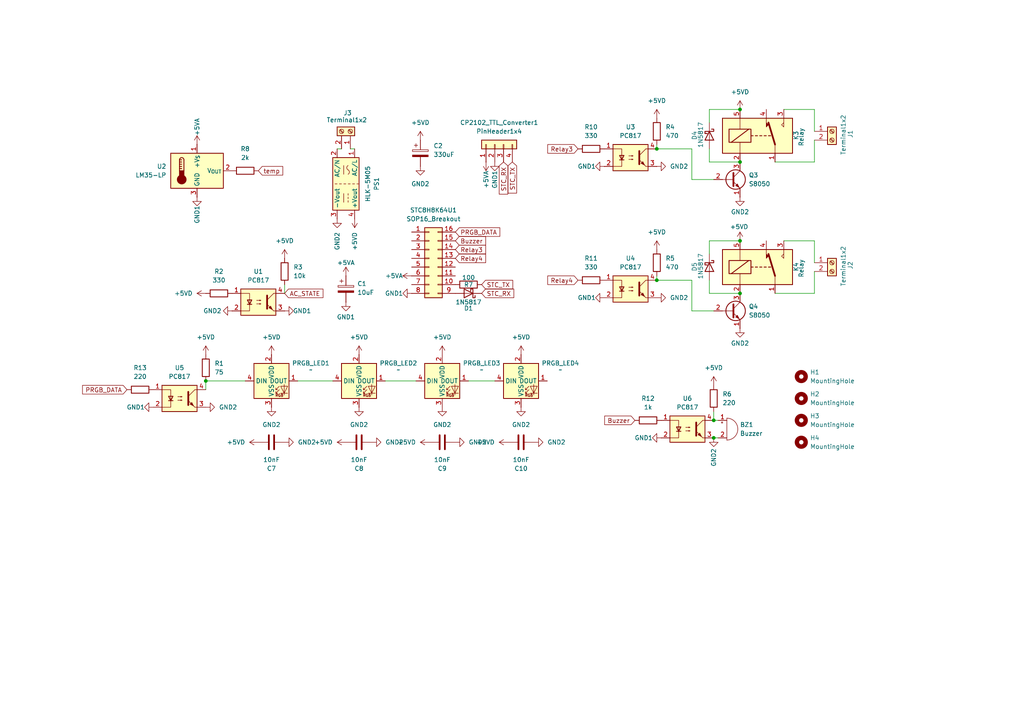
<source format=kicad_sch>
(kicad_sch (version 20250114) (generator "eeschema") (generator_version "9.0")
  (paper "A4")
  (lib_symbols
    (symbol "Connector:Screw_Terminal_01x02" (pin_names (offset 1.016) (hide yes))
      (property "Reference" "J" (at 0 2.54 0))
      (property "Value" "Screw_Terminal_01x02" (at 0 -5.08 0))
      (symbol "Screw_Terminal_01x02_1_1"
        (rectangle (start -1.27 1.27) (end 1.27 -3.81) (stroke (width 0.254)) (fill (type background)))
        (polyline (pts (xy -0.5334 0.3302) (xy 0.3302 -0.508)) (stroke (width 0.1524)))
        (polyline (pts (xy -0.5334 -2.2098) (xy 0.3302 -3.048)) (stroke (width 0.1524)))
        (polyline (pts (xy -0.3556 0.508) (xy 0.508 -0.3302)) (stroke (width 0.1524)))
        (polyline (pts (xy -0.3556 -2.032) (xy 0.508 -2.8702)) (stroke (width 0.1524)))
        (circle (center 0 0) (radius 0.635) (stroke (width 0.1524)))
        (circle (center 0 -2.54) (radius 0.635) (stroke (width 0.1524)))
        (pin passive line (at -5.08 0 0) (length 3.81) (name "Pin_1") (number "1"))
        (pin passive line (at -5.08 -2.54 0) (length 3.81) (name "Pin_2") (number "2"))
      )
    )
    (symbol "Connector_Generic:Conn_01x04" (pin_names (offset 1.016) (hide yes))
      (property "Reference" "J" (at 0 5.08 0))
      (property "Value" "Conn_01x04" (at 0 -7.62 0))
      (symbol "Conn_01x04_1_1"
        (rectangle (start -1.27 3.81) (end 1.27 -6.35) (stroke (width 0.254)) (fill (type background)))
        (rectangle (start -1.27 2.667) (end 0 2.413) (stroke (width 0.1524)))
        (rectangle (start -1.27 0.127) (end 0 -0.127) (stroke (width 0.1524)))
        (rectangle (start -1.27 -2.413) (end 0 -2.667) (stroke (width 0.1524)))
        (rectangle (start -1.27 -4.953) (end 0 -5.207) (stroke (width 0.1524)))
        (pin passive line (at -5.08 2.54 0) (length 3.81) (name "Pin_1") (number "1"))
        (pin passive line (at -5.08 0 0) (length 3.81) (name "Pin_2") (number "2"))
        (pin passive line (at -5.08 -2.54 0) (length 3.81) (name "Pin_3") (number "3"))
        (pin passive line (at -5.08 -5.08 0) (length 3.81) (name "Pin_4") (number "4"))
      )
    )
    (symbol "Connector_Generic:Conn_02x08_Counter_Clockwise" (pin_names (offset 1.016) (hide yes))
      (property "Reference" "J" (at 1.27 10.16 0))
      (property "Value" "Conn_02x08_Counter_Clockwise" (at 1.27 -12.7 0))
      (symbol "Conn_02x08_Counter_Clockwise_1_1"
        (rectangle (start -1.27 8.89) (end 3.81 -11.43) (stroke (width 0.254)) (fill (type background)))
        (rectangle (start -1.27 7.747) (end 0 7.493) (stroke (width 0.1524)))
        (rectangle (start -1.27 5.207) (end 0 4.953) (stroke (width 0.1524)))
        (rectangle (start -1.27 2.667) (end 0 2.413) (stroke (width 0.1524)))
        (rectangle (start -1.27 0.127) (end 0 -0.127) (stroke (width 0.1524)))
        (rectangle (start -1.27 -2.413) (end 0 -2.667) (stroke (width 0.1524)))
        (rectangle (start -1.27 -4.953) (end 0 -5.207) (stroke (width 0.1524)))
        (rectangle (start -1.27 -7.493) (end 0 -7.747) (stroke (width 0.1524)))
        (rectangle (start -1.27 -10.033) (end 0 -10.287) (stroke (width 0.1524)))
        (rectangle (start 3.81 7.747) (end 2.54 7.493) (stroke (width 0.1524)))
        (rectangle (start 3.81 5.207) (end 2.54 4.953) (stroke (width 0.1524)))
        (rectangle (start 3.81 2.667) (end 2.54 2.413) (stroke (width 0.1524)))
        (rectangle (start 3.81 0.127) (end 2.54 -0.127) (stroke (width 0.1524)))
        (rectangle (start 3.81 -2.413) (end 2.54 -2.667) (stroke (width 0.1524)))
        (rectangle (start 3.81 -4.953) (end 2.54 -5.207) (stroke (width 0.1524)))
        (rectangle (start 3.81 -7.493) (end 2.54 -7.747) (stroke (width 0.1524)))
        (rectangle (start 3.81 -10.033) (end 2.54 -10.287) (stroke (width 0.1524)))
        (pin passive line (at -5.08 7.62 0) (length 3.81) (name "Pin_1") (number "1"))
        (pin passive line (at -5.08 5.08 0) (length 3.81) (name "Pin_2") (number "2"))
        (pin passive line (at -5.08 2.54 0) (length 3.81) (name "Pin_3") (number "3"))
        (pin passive line (at -5.08 0 0) (length 3.81) (name "Pin_4") (number "4"))
        (pin passive line (at -5.08 -2.54 0) (length 3.81) (name "Pin_5") (number "5"))
        (pin passive line (at -5.08 -5.08 0) (length 3.81) (name "Pin_6") (number "6"))
        (pin passive line (at -5.08 -7.62 0) (length 3.81) (name "Pin_7") (number "7"))
        (pin passive line (at -5.08 -10.16 0) (length 3.81) (name "Pin_8") (number "8"))
        (pin passive line (at 7.62 7.62 180) (length 3.81) (name "Pin_16") (number "16"))
        (pin passive line (at 7.62 5.08 180) (length 3.81) (name "Pin_15") (number "15"))
        (pin passive line (at 7.62 2.54 180) (length 3.81) (name "Pin_14") (number "14"))
        (pin passive line (at 7.62 0 180) (length 3.81) (name "Pin_13") (number "13"))
        (pin passive line (at 7.62 -2.54 180) (length 3.81) (name "Pin_12") (number "12"))
        (pin passive line (at 7.62 -5.08 180) (length 3.81) (name "Pin_11") (number "11"))
        (pin passive line (at 7.62 -7.62 180) (length 3.81) (name "Pin_10") (number "10"))
        (pin passive line (at 7.62 -10.16 180) (length 3.81) (name "Pin_9") (number "9"))
      )
    )
    (symbol "Converter_ACDC:HLK-5M05"
      (property "Reference" "PS" (at 0 5.08 0))
      (property "Value" "HLK-5M05" (at 0 -5.08 0))
      (symbol "HLK-5M05_0_1"
        (rectangle (start -7.62 3.81) (end 7.62 -3.81) (stroke (width 0.254)) (fill (type background)))
        (polyline (pts (xy -5.334 -0.635) (xy -2.794 -0.635)))
        (arc (start -4.064 0.635) (mid -4.699 0.2495) (end -5.334 0.635))
        (arc (start -4.064 0.635) (mid -3.429 1.0072) (end -2.794 0.635))
        (polyline (pts (xy 0 3.81) (xy 0 3.175)))
        (polyline (pts (xy 0 2.54) (xy 0 1.905)))
        (polyline (pts (xy 0 1.27) (xy 0 0.635)))
        (polyline (pts (xy 0 0) (xy 0 -0.635)))
        (polyline (pts (xy 0 -1.27) (xy 0 -1.905)))
        (polyline (pts (xy 0 -2.54) (xy 0 -3.175)))
        (polyline (pts (xy 2.794 0.635) (xy 3.302 0.635)))
        (polyline (pts (xy 2.794 -0.635) (xy 5.334 -0.635)))
        (polyline (pts (xy 3.81 0.635) (xy 4.318 0.635)))
        (polyline (pts (xy 4.826 0.635) (xy 5.334 0.635)))
      )
      (symbol "HLK-5M05_1_1"
        (pin power_in line (at -10.16 2.54 0) (length 2.54) (name "AC/L") (number "1"))
        (pin power_in line (at -10.16 -2.54 0) (length 2.54) (name "AC/N") (number "2"))
        (pin power_out line (at 10.16 2.54 180) (length 2.54) (name "+Vout") (number "4"))
        (pin power_out line (at 10.16 -2.54 180) (length 2.54) (name "-Vout") (number "3"))
      )
    )
    (symbol "Device:Buzzer" (pin_names (offset 0.0254) (hide yes))
      (property "Reference" "BZ" (at 3.81 1.27 0))
      (property "Value" "Buzzer" (at 3.81 -1.27 0))
      (symbol "Buzzer_0_1"
        (polyline (pts (xy -1.651 1.905) (xy -1.143 1.905)))
        (polyline (pts (xy -1.397 2.159) (xy -1.397 1.651)))
        (arc (start 0 3.175) (mid 3.1612 0) (end 0 -3.175))
        (polyline (pts (xy 0 3.175) (xy 0 -3.175)))
      )
      (symbol "Buzzer_1_1"
        (pin passive line (at -2.54 2.54 0) (length 2.54) (name "+") (number "1"))
        (pin passive line (at -2.54 -2.54 0) (length 2.54) (name "-") (number "2"))
      )
    )
    (symbol "Device:C" (pin_numbers (hide yes)) (pin_names (offset 0.254))
      (property "Reference" "C" (at 0.635 2.54 0))
      (property "Value" "C" (at 0.635 -2.54 0))
      (symbol "C_0_1"
        (polyline (pts (xy -2.032 0.762) (xy 2.032 0.762)) (stroke (width 0.508)))
        (polyline (pts (xy -2.032 -0.762) (xy 2.032 -0.762)) (stroke (width 0.508)))
      )
      (symbol "C_1_1"
        (pin passive line (at 0 3.81 270) (length 2.794) (name "~") (number "1"))
        (pin passive line (at 0 -3.81 90) (length 2.794) (name "~") (number "2"))
      )
    )
    (symbol "Device:C_Polarized" (pin_numbers (hide yes)) (pin_names (offset 0.254))
      (property "Reference" "C" (at 0.635 2.54 0))
      (property "Value" "C_Polarized" (at 0.635 -2.54 0))
      (symbol "C_Polarized_0_1"
        (rectangle (start -2.286 0.508) (end 2.286 1.016))
        (polyline (pts (xy -1.778 2.286) (xy -0.762 2.286)))
        (polyline (pts (xy -1.27 2.794) (xy -1.27 1.778)))
        (rectangle (start 2.286 -0.508) (end -2.286 -1.016) (fill (type outline)))
      )
      (symbol "C_Polarized_1_1"
        (pin passive line (at 0 3.81 270) (length 2.794) (name "~") (number "1"))
        (pin passive line (at 0 -3.81 90) (length 2.794) (name "~") (number "2"))
      )
    )
    (symbol "Device:R" (pin_numbers (hide yes)) (pin_names (offset 0))
      (property "Reference" "R" (at 2.032 0 90))
      (property "Value" "R" (at 0 0 90))
      (symbol "R_0_1"
        (rectangle (start -1.016 -2.54) (end 1.016 2.54) (stroke (width 0.254)))
      )
      (symbol "R_1_1"
        (pin passive line (at 0 3.81 270) (length 1.27) (name "~") (number "1"))
        (pin passive line (at 0 -3.81 90) (length 1.27) (name "~") (number "2"))
      )
    )
    (symbol "Diode:1N5817" (pin_numbers (hide yes)) (pin_names (offset 1.016) (hide yes))
      (property "Reference" "D" (at 0 2.54 0))
      (property "Value" "1N5817" (at 0 -2.54 0))
      (symbol "1N5817_0_1"
        (polyline (pts (xy -1.905 0.635) (xy -1.905 1.27) (xy -1.27 1.27) (xy -1.27 -1.27) (xy -0.635 -1.27) (xy -0.635 -0.635)) (stroke (width 0.254)))
        (polyline (pts (xy 1.27 1.27) (xy 1.27 -1.27) (xy -1.27 0) (xy 1.27 1.27)) (stroke (width 0.254)))
        (polyline (pts (xy 1.27 0) (xy -1.27 0)))
      )
      (symbol "1N5817_1_1"
        (pin passive line (at -3.81 0 0) (length 2.54) (name "K") (number "1"))
        (pin passive line (at 3.81 0 180) (length 2.54) (name "A") (number "2"))
      )
    )
    (symbol "Isolator:PC817" (pin_names (offset 1.016))
      (property "Reference" "U" (at -5.08 5.08 0))
      (property "Value" "PC817" (at 0 5.08 0))
      (symbol "PC817_0_1"
        (rectangle (start -5.08 3.81) (end 5.08 -3.81) (stroke (width 0.254)) (fill (type background)))
        (polyline (pts (xy -5.08 2.54) (xy -2.54 2.54) (xy -2.54 -0.635)))
        (polyline (pts (xy -3.175 -0.635) (xy -1.905 -0.635)) (stroke (width 0.254)))
        (polyline (pts (xy -2.54 -0.635) (xy -2.54 -2.54) (xy -5.08 -2.54)))
        (polyline (pts (xy -2.54 -0.635) (xy -3.175 0.635) (xy -1.905 0.635) (xy -2.54 -0.635)) (stroke (width 0.254)))
        (polyline (pts (xy -0.508 0.508) (xy 0.762 0.508) (xy 0.381 0.381) (xy 0.381 0.635) (xy 0.762 0.508)))
        (polyline (pts (xy -0.508 -0.508) (xy 0.762 -0.508) (xy 0.381 -0.635) (xy 0.381 -0.381) (xy 0.762 -0.508)))
        (polyline (pts (xy 2.54 1.905) (xy 2.54 -1.905) (xy 2.54 -1.905)) (stroke (width 0.508)))
        (polyline (pts (xy 2.54 0.635) (xy 4.445 2.54)))
        (polyline (pts (xy 3.048 -1.651) (xy 3.556 -1.143) (xy 4.064 -2.159) (xy 3.048 -1.651) (xy 3.048 -1.651)) (fill (type outline)))
        (polyline (pts (xy 4.445 2.54) (xy 5.08 2.54)))
        (polyline (pts (xy 4.445 -2.54) (xy 2.54 -0.635)) (fill (type outline)))
        (polyline (pts (xy 4.445 -2.54) (xy 5.08 -2.54)))
      )
      (symbol "PC817_1_1"
        (pin passive line (at -7.62 2.54 0) (length 2.54) (name "~") (number "1"))
        (pin passive line (at -7.62 -2.54 0) (length 2.54) (name "~") (number "2"))
        (pin passive line (at 7.62 2.54 180) (length 2.54) (name "~") (number "4"))
        (pin passive line (at 7.62 -2.54 180) (length 2.54) (name "~") (number "3"))
      )
    )
    (symbol "Mechanical:MountingHole" (pin_names (offset 1.016)) (in_bom no)
      (property "Reference" "H" (at 0 5.08 0))
      (property "Value" "MountingHole" (at 0 3.175 0))
      (symbol "MountingHole_0_1"
        (circle (center 0 0) (radius 1.27) (stroke (width 1.27)))
      )
    )
    (symbol "Relay:SANYOU_SRD_Form_C"
      (property "Reference" "K" (at 11.43 3.81 0))
      (property "Value" "SANYOU_SRD_Form_C" (at 11.43 1.27 0))
      (symbol "SANYOU_SRD_Form_C_0_0"
        (polyline (pts (xy 7.62 5.08) (xy 7.62 2.54) (xy 6.985 3.175) (xy 7.62 3.81)))
      )
      (symbol "SANYOU_SRD_Form_C_0_1"
        (rectangle (start -10.16 5.08) (end 10.16 -5.08) (stroke (width 0.254)) (fill (type background)))
        (rectangle (start -8.255 1.905) (end -1.905 -1.905) (stroke (width 0.254)))
        (polyline (pts (xy -7.62 -1.905) (xy -2.54 1.905)) (stroke (width 0.254)))
        (polyline (pts (xy -5.08 5.08) (xy -5.08 1.905)))
        (polyline (pts (xy -5.08 -5.08) (xy -5.08 -1.905)))
        (polyline (pts (xy -1.905 0) (xy -1.27 0)) (stroke (width 0.254)))
        (polyline (pts (xy -0.635 0) (xy 0 0)) (stroke (width 0.254)))
        (polyline (pts (xy 0.635 0) (xy 1.27 0)) (stroke (width 0.254)))
        (polyline (pts (xy 1.905 0) (xy 2.54 0)) (stroke (width 0.254)))
        (polyline (pts (xy 3.175 0) (xy 3.81 0)) (stroke (width 0.254)))
        (polyline (pts (xy 5.08 -2.54) (xy 3.175 3.81)) (stroke (width 0.508)))
        (polyline (pts (xy 5.08 -2.54) (xy 5.08 -5.08)))
      )
      (symbol "SANYOU_SRD_Form_C_1_1"
        (polyline (pts (xy 2.54 3.81) (xy 3.175 3.175) (xy 2.54 2.54) (xy 2.54 5.08)) (fill (type outline)))
        (pin passive line (at -5.08 7.62 270) (length 2.54) (name "~") (number "5"))
        (pin passive line (at -5.08 -7.62 90) (length 2.54) (name "~") (number "2"))
        (pin passive line (at 2.54 7.62 270) (length 2.54) (name "~") (number "4"))
        (pin passive line (at 5.08 -7.62 90) (length 2.54) (name "~") (number "1"))
        (pin passive line (at 7.62 7.62 270) (length 2.54) (name "~") (number "3"))
      )
    )
    (symbol "Sensor_Temperature:LM35-LP"
      (property "Reference" "U" (at -6.35 6.35 0))
      (property "Value" "LM35-LP" (at 1.27 6.35 0))
      (symbol "LM35-LP_0_1"
        (rectangle (start -7.62 5.08) (end 7.62 -5.08) (stroke (width 0.254)) (fill (type background)))
        (polyline (pts (xy -5.08 3.175) (xy -5.08 0)) (stroke (width 0.254)))
        (polyline (pts (xy -5.08 3.175) (xy -4.445 3.175)) (stroke (width 0.254)))
        (polyline (pts (xy -5.08 2.54) (xy -4.445 2.54)) (stroke (width 0.254)))
        (polyline (pts (xy -5.08 1.905) (xy -4.445 1.905)) (stroke (width 0.254)))
        (polyline (pts (xy -5.08 1.27) (xy -4.445 1.27)) (stroke (width 0.254)))
        (polyline (pts (xy -5.08 0.635) (xy -4.445 0.635)) (stroke (width 0.254)))
        (arc (start -5.08 3.175) (mid -4.445 3.8073) (end -3.81 3.175) (stroke (width 0.254)))
        (circle (center -4.445 -2.54) (radius 1.27) (stroke (width 0.254)) (fill (type outline)))
        (polyline (pts (xy -3.81 3.175) (xy -3.81 0)) (stroke (width 0.254)))
        (rectangle (start -3.81 -1.905) (end -5.08 0) (stroke (width 0.254)) (fill (type outline)))
      )
      (symbol "LM35-LP_1_1"
        (pin power_in line (at 0 7.62 270) (length 2.54) (name "+V_{S}") (number "1"))
        (pin power_in line (at 0 -7.62 90) (length 2.54) (name "GND") (number "3"))
        (pin output line (at 10.16 0 180) (length 2.54) (name "V_{OUT}") (number "2"))
      )
    )
    (symbol "Transistor_BJT:S8050" (pin_names (offset 0) (hide yes))
      (property "Reference" "Q" (at 5.08 1.905 0))
      (property "Value" "S8050" (at 5.08 0 0))
      (symbol "S8050_0_1"
        (polyline (pts (xy -2.54 0) (xy 0.635 0)))
        (polyline (pts (xy 0.635 1.905) (xy 0.635 -1.905)) (stroke (width 0.508)))
        (circle (center 1.27 0) (radius 2.8194) (stroke (width 0.254)))
      )
      (symbol "S8050_1_1"
        (polyline (pts (xy 0.635 0.635) (xy 2.54 2.54)))
        (polyline (pts (xy 0.635 -0.635) (xy 2.54 -2.54)))
        (polyline (pts (xy 1.27 -1.778) (xy 1.778 -1.27) (xy 2.286 -2.286) (xy 1.27 -1.778)) (fill (type outline)))
        (pin input line (at -5.08 0 0) (length 2.54) (name "B") (number "2"))
        (pin passive line (at 2.54 5.08 270) (length 2.54) (name "C") (number "3"))
        (pin passive line (at 2.54 -5.08 90) (length 2.54) (name "E") (number "1"))
      )
    )
    (symbol "WS2812D-F5:WS2812D-F5"
      (property "Reference" "PRGB_LED" (at -5.08 5.842 0))
      (symbol "WS2812D-F5_0_0"
        (text "RGB" (at 2.286 -4.191 0) (effects (font (size 0.762 0.762))))
      )
      (symbol "WS2812D-F5_0_1"
        (polyline (pts (xy 1.27 -2.54) (xy 1.778 -2.54)))
        (polyline (pts (xy 1.27 -3.556) (xy 1.778 -3.556)))
        (polyline (pts (xy 2.286 -1.524) (xy 1.27 -2.54) (xy 1.27 -2.032)))
        (polyline (pts (xy 2.286 -2.54) (xy 1.27 -3.556) (xy 1.27 -3.048)))
        (polyline (pts (xy 3.683 -1.016) (xy 3.683 -3.556) (xy 3.683 -4.064)))
        (polyline (pts (xy 4.699 -1.524) (xy 2.667 -1.524) (xy 3.683 -3.556) (xy 4.699 -1.524)))
        (polyline (pts (xy 4.699 -3.556) (xy 2.667 -3.556)))
      )
      (symbol "WS2812D-F5_1_1"
        (rectangle (start -5.08 5.08) (end 5.08 -5.08) (stroke (width 0.254)) (fill (type background)))
        (pin input line (at -7.62 0 0) (length 2.54) (name "DIN") (number "4"))
        (pin power_in line (at 0 7.62 270) (length 2.54) (name "VDD") (number "2"))
        (pin power_in line (at 0 -7.62 90) (length 2.54) (name "VSS") (number "3"))
        (pin output line (at 7.62 0 180) (length 2.54) (name "DOUT") (number "1"))
      )
    )
    (symbol "power:+5VA" (power) (pin_numbers (hide yes)) (pin_names (offset 0) (hide yes))
      (property "Value" "+5VA" (at 0 3.556 0))
      (symbol "+5VA_0_1"
        (polyline (pts (xy -0.762 1.27) (xy 0 2.54)))
        (polyline (pts (xy 0 2.54) (xy 0.762 1.27)))
        (polyline (pts (xy 0 0) (xy 0 2.54)))
      )
      (symbol "+5VA_1_1"
        (pin power_in line (at 0 0 90) (length 0) (name "~") (number "1"))
      )
    )
    (symbol "power:+5VD" (power) (pin_numbers (hide yes)) (pin_names (offset 0) (hide yes))
      (property "Value" "+5VD" (at 0 3.556 0))
      (symbol "+5VD_0_1"
        (polyline (pts (xy -0.762 1.27) (xy 0 2.54)))
        (polyline (pts (xy 0 2.54) (xy 0.762 1.27)))
        (polyline (pts (xy 0 0) (xy 0 2.54)))
      )
      (symbol "+5VD_1_1"
        (pin power_in line (at 0 0 90) (length 0) (name "~") (number "1"))
      )
    )
    (symbol "power:GND1" (power) (pin_numbers (hide yes)) (pin_names (offset 0) (hide yes))
      (property "Value" "GND1" (at 0 -3.81 0))
      (symbol "GND1_0_1"
        (polyline (pts (xy 0 0) (xy 0 -1.27) (xy 1.27 -1.27) (xy 0 -2.54) (xy -1.27 -1.27) (xy 0 -1.27)))
      )
      (symbol "GND1_1_1"
        (pin power_in line (at 0 0 270) (length 0) (name "~") (number "1"))
      )
    )
    (symbol "power:GND2" (power) (pin_numbers (hide yes)) (pin_names (offset 0) (hide yes))
      (property "Value" "GND2" (at 0 -3.81 0))
      (symbol "GND2_0_1"
        (polyline (pts (xy 0 0) (xy 0 -1.27) (xy 1.27 -1.27) (xy 0 -2.54) (xy -1.27 -1.27) (xy 0 -1.27)))
      )
      (symbol "GND2_1_1"
        (pin power_in line (at 0 0 270) (length 0) (name "~") (number "1"))
      )
    )
  )
  (junction (at 214.63 69.85))
  (junction (at 214.63 85.09))
  (junction (at 214.63 46.99))
  (junction (at 190.5 43.18))
  (junction (at 207.01 127))
  (junction (at 214.63 31.75))
  (junction (at 190.5 81.28))
  (junction (at 207.01 121.92))
  (junction (at 59.69 110.49))
  (wire (pts (xy 205.74 31.75) (xy 214.63 31.75)))
  (wire (pts (xy 208.28 121.92) (xy 207.01 121.92)))
  (wire (pts (xy 59.69 110.49) (xy 71.12 110.49)))
  (wire (pts (xy 227.33 31.75) (xy 236.22 31.75)))
  (wire (pts (xy 200.66 43.18) (xy 200.66 52.07)))
  (wire (pts (xy 135.89 110.49) (xy 143.51 110.49)))
  (wire (pts (xy 205.74 46.99) (xy 214.63 46.99)))
  (wire (pts (xy 82.55 82.55) (xy 82.55 85.09)))
  (wire (pts (xy 190.5 43.18) (xy 200.66 43.18)))
  (wire (pts (xy 236.22 31.75) (xy 236.22 38.1)))
  (wire (pts (xy 227.33 69.85) (xy 236.22 69.85)))
  (wire (pts (xy 190.5 41.91) (xy 190.5 43.18)))
  (wire (pts (xy 236.22 46.99) (xy 236.22 40.64)))
  (wire (pts (xy 200.66 81.28) (xy 200.66 90.17)))
  (wire (pts (xy 99.06 43.18) (xy 97.79 43.18)))
  (wire (pts (xy 200.66 90.17) (xy 207.01 90.17)))
  (wire (pts (xy 111.76 110.49) (xy 120.65 110.49)))
  (wire (pts (xy 208.28 127) (xy 207.01 127)))
  (wire (pts (xy 86.36 110.49) (xy 96.52 110.49)))
  (wire (pts (xy 205.74 73.66) (xy 205.74 69.85)))
  (wire (pts (xy 200.66 52.07) (xy 207.01 52.07)))
  (wire (pts (xy 102.87 43.18) (xy 101.6 43.18)))
  (wire (pts (xy 190.5 81.28) (xy 200.66 81.28)))
  (wire (pts (xy 207.01 119.38) (xy 207.01 121.92)))
  (wire (pts (xy 224.79 85.09) (xy 236.22 85.09)))
  (wire (pts (xy 59.69 110.49) (xy 59.69 113.03)))
  (wire (pts (xy 236.22 69.85) (xy 236.22 76.2)))
  (wire (pts (xy 205.74 69.85) (xy 214.63 69.85)))
  (wire (pts (xy 205.74 35.56) (xy 205.74 31.75)))
  (wire (pts (xy 205.74 81.28) (xy 205.74 85.09)))
  (wire (pts (xy 205.74 43.18) (xy 205.74 46.99)))
  (wire (pts (xy 224.79 46.99) (xy 236.22 46.99)))
  (wire (pts (xy 205.74 85.09) (xy 214.63 85.09)))
  (wire (pts (xy 190.5 80.01) (xy 190.5 81.28)))
  (wire (pts (xy 236.22 85.09) (xy 236.22 78.74)))
  (global_label "Relay4" (shape input) (at 132.08 74.93 0) (property "Intersheetrefs" "${INTERSHEET_REFS}" (effects (hide yes))))
  (global_label "STC_RX" (shape input) (at 139.7 85.09 0) (property "Intersheetrefs" "${INTERSHEET_REFS}" (effects (hide yes))))
  (global_label "Relay4" (shape input) (at 167.64 81.28 180) (property "Intersheetrefs" "${INTERSHEET_REFS}" (effects (hide yes))))
  (global_label "temp" (shape input) (at 74.93 49.53 0) (property "Intersheetrefs" "${INTERSHEET_REFS}" (effects (hide yes))))
  (global_label "STC_TX" (shape input) (at 148.59 46.99 270) (property "Intersheetrefs" "${INTERSHEET_REFS}" (effects (hide yes))))
  (global_label "PRGB_DATA" (shape input) (at 132.08 67.31 0) (property "Intersheetrefs" "${INTERSHEET_REFS}" (effects (hide yes))))
  (global_label "STC_TX" (shape input) (at 139.7 82.55 0) (property "Intersheetrefs" "${INTERSHEET_REFS}" (effects (hide yes))))
  (global_label "AC_STATE" (shape input) (at 82.55 85.09 0) (property "Intersheetrefs" "${INTERSHEET_REFS}" (effects (hide yes))))
  (global_label "Buzzer" (shape input) (at 184.15 121.92 180) (property "Intersheetrefs" "${INTERSHEET_REFS}" (effects (hide yes))))
  (global_label "Relay3" (shape input) (at 167.64 43.18 180) (property "Intersheetrefs" "${INTERSHEET_REFS}" (effects (hide yes))))
  (global_label "STC_RX" (shape input) (at 146.05 46.99 270) (property "Intersheetrefs" "${INTERSHEET_REFS}" (effects (hide yes))))
  (global_label "Relay3" (shape input) (at 132.08 72.39 0) (property "Intersheetrefs" "${INTERSHEET_REFS}" (effects (hide yes))))
  (global_label "Buzzer" (shape input) (at 132.08 69.85 0) (property "Intersheetrefs" "${INTERSHEET_REFS}" (effects (hide yes))))
  (global_label "PRGB_DATA" (shape input) (at 36.83 113.03 180) (property "Intersheetrefs" "${INTERSHEET_REFS}" (effects (hide yes))))
  (symbol (lib_id "WS2812D-F5:WS2812D-F5") (at 78.74 110.49 0) (unit 1)
    (property "Reference" "PRGB_LED1" (at 90.17 105.3398 0))
    (property "Value" "~" (at 90.17 107.2449 0))
    (property "Footprint" "WS2812D-F5:PRGB_LED_DIP_Wide" (effects (hide yes)))
  )
  (symbol (lib_id "power:GND1") (at 143.51 46.99 0) (unit 1)
    (property "Reference" "#PWR01" (effects (hide yes)))
    (property "Value" "GND1" (at 143.51 52.07 90))
    (property "Description" "Power symbol creates a global label with name \"GND1\" , ground" (effects (hide yes)))
  )
  (symbol (lib_id "Transistor_BJT:S8050") (at 212.09 52.07 0) (unit 1)
    (property "Reference" "Q3" (at 217.17 50.7999 0) (effects (justify left)))
    (property "Value" "S8050" (at 217.17 53.3399 0) (effects (justify left)))
    (property "Footprint" "Package_TO_SOT_THT:TO-92_Inline_Wide" (effects (hide yes)))
    (property "Datasheet" "http://www.unisonic.com.tw/datasheet/S8050.pdf" (effects (hide yes)))
    (property "Description" "0.7A Ic, 20V Vce, Low Voltage High Current NPN Transistor, TO-92" (effects (hide yes)))
  )
  (symbol (lib_id "power:+5VD") (at 207.01 111.76 0) (unit 1)
    (property "Reference" "#PWR028" (effects (hide yes)))
    (property "Value" "+5VD" (at 207.01 106.68 0))
    (property "Description" "Power symbol creates a global label with name \"+5VD\"" (effects (hide yes)))
  )
  (symbol (lib_id "power:+5VD") (at 151.13 102.87 0) (unit 1)
    (property "Reference" "#PWR025" (effects (hide yes)))
    (property "Value" "+5VD" (at 151.13 97.79 0))
    (property "Description" "Power symbol creates a global label with name \"+5VD\"" (effects (hide yes)))
  )
  (symbol (lib_id "Connector_Generic:Conn_01x04") (at 143.51 41.91 90) (unit 1)
    (property "Reference" "CP2102_TTL_Converter1" (at 144.78 35.56 90))
    (property "Value" "PinHeader1x4" (at 144.78 38.1 90))
    (property "Footprint" "Connector_PinSocket_2.54mm:PinSocket_1x04_P2.54mm_Vertical" (effects (hide yes)))
    (property "Description" "Generic connector, single row, 01x04, script generated (kicad-library-utils/schlib/autogen/connector/)" (effects (hide yes)))
  )
  (symbol (lib_id "power:GND2") (at 59.69 118.11 90) (unit 1)
    (property "Reference" "#PWR011" (effects (hide yes)))
    (property "Value" "GND2" (at 63.5 118.1099 90) (effects (justify right)))
    (property "Description" "Power symbol creates a global label with name \"GND2\" , ground" (effects (hide yes)))
  )
  (symbol (lib_id "Device:R") (at 40.64 113.03 90) (unit 1)
    (property "Reference" "R13" (at 40.64 106.68 90))
    (property "Value" "220" (at 40.64 109.22 90))
    (property "Footprint" "Resistor_THT:R_Axial_DIN0207_L6.3mm_D2.5mm_P7.62mm_Horizontal" (effects (hide yes)))
    (property "Description" "Resistor" (effects (hide yes)))
  )
  (symbol (lib_id "power:+5VD") (at 121.92 40.64 0) (unit 1)
    (property "Reference" "#PWR038" (effects (hide yes)))
    (property "Value" "+5VD" (at 121.92 35.56 0))
    (property "Description" "Power symbol creates a global label with name \"+5VD\"" (effects (hide yes)))
  )
  (symbol (lib_id "Device:R") (at 207.01 115.57 0) (unit 1)
    (property "Reference" "R6" (at 209.55 114.2999 0) (effects (justify left)))
    (property "Value" "220" (at 209.55 116.8399 0) (effects (justify left)))
    (property "Footprint" "Resistor_THT:R_Axial_DIN0207_L6.3mm_D2.5mm_P7.62mm_Horizontal" (effects (hide yes)))
    (property "Description" "Resistor" (effects (hide yes)))
  )
  (symbol (lib_id "Connector:Screw_Terminal_01x02") (at 241.3 38.1 0) (unit 1)
    (property "Reference" "J1" (at 246.634 38.862 90))
    (property "Value" "Terminal1x2" (at 244.602 39.116 90))
    (property "Footprint" "TerminalBlock:TerminalBlock_bornier-2_P5.08mm" (effects (hide yes)))
    (property "Description" "Generic screw terminal, single row, 01x02, script generated (kicad-library-utils/schlib/autogen/connector/)" (effects (hide yes)))
  )
  (symbol (lib_id "power:GND2") (at 214.63 57.15 0) (unit 1)
    (property "Reference" "#PWR051" (effects (hide yes)))
    (property "Value" "GND2" (at 214.63 61.468 0))
    (property "Description" "Power symbol creates a global label with name \"GND2\" , ground" (effects (hide yes)))
  )
  (symbol (lib_id "power:GND2") (at 121.92 48.26 0) (unit 1)
    (property "Reference" "#PWR039" (effects (hide yes)))
    (property "Value" "GND2" (at 121.92 53.34 0))
    (property "Description" "Power symbol creates a global label with name \"GND2\" , ground" (effects (hide yes)))
  )
  (symbol (lib_id "Device:C_Polarized") (at 100.33 83.82 0) (unit 1)
    (property "Reference" "C1" (at 103.632 82.296 0) (effects (justify left)))
    (property "Value" "10uF" (at 103.632 84.836 0) (effects (justify left)))
    (property "Footprint" "Capacitor_THT:CP_Radial_D5.0mm_P2.50mm" (effects (hide yes)))
    (property "Description" "Polarized capacitor" (effects (hide yes)))
  )
  (symbol (lib_id "power:+5VD") (at 214.63 69.85 0) (unit 1)
    (property "Reference" "#PWR052" (effects (hide yes)))
    (property "Value" "+5VD" (at 214.376 65.786 0))
    (property "Description" "Power symbol creates a global label with name \"+5VD\"" (effects (hide yes)))
  )
  (symbol (lib_id "power:+5VD") (at 59.69 102.87 0) (unit 1)
    (property "Reference" "#PWR016" (effects (hide yes)))
    (property "Value" "+5VD" (at 59.69 97.79 0))
    (property "Description" "Power symbol creates a global label with name \"+5VD\"" (effects (hide yes)))
  )
  (symbol (lib_id "power:+5VA") (at 119.38 80.01 90) (unit 1)
    (property "Reference" "#PWR037" (effects (hide yes)))
    (property "Value" "+5VA" (at 114.3 80.01 90))
    (property "Description" "Power symbol creates a global label with name \"+5VA\"" (effects (hide yes)))
  )
  (symbol (lib_id "Sensor_Temperature:LM35-LP") (at 57.15 49.53 0) (unit 1)
    (property "Reference" "U2" (at 48.26 48.2599 0) (effects (justify right)))
    (property "Value" "LM35-LP" (at 48.26 50.7999 0) (effects (justify right)))
    (property "Footprint" "Package_TO_SOT_THT:TO-92L_Inline_Wide" (effects (hide yes)))
    (property "Datasheet" "http://www.ti.com/lit/ds/symlink/lm35.pdf" (effects (hide yes)))
    (property "Description" "Precision centigrade temperature sensor, TO-92" (effects (hide yes)))
  )
  (symbol (lib_id "Device:C") (at 104.14 128.27 270) (mirror x) (unit 1)
    (property "Reference" "C8" (at 104.14 135.89 90))
    (property "Value" "10nF" (at 104.14 133.35 90))
    (property "Footprint" "Capacitor_THT:C_Disc_D5.0mm_W2.5mm_P2.50mm" (effects (hide yes)))
    (property "Description" "Unpolarized capacitor" (effects (hide yes)))
  )
  (symbol (lib_id "Device:R") (at 190.5 38.1 0) (unit 1)
    (property "Reference" "R4" (at 193.04 36.8299 0) (effects (justify left)))
    (property "Value" "470" (at 193.04 39.3699 0) (effects (justify left)))
    (property "Footprint" "Resistor_THT:R_Axial_DIN0207_L6.3mm_D2.5mm_P7.62mm_Horizontal" (effects (hide yes)))
    (property "Description" "Resistor" (effects (hide yes)))
  )
  (symbol (lib_id "Diode:1N5817") (at 205.74 77.47 270) (unit 1)
    (property "Reference" "D5" (at 201.422 78.74 0) (effects (justify right)))
    (property "Value" "1N5817" (at 203.2 81.026 0) (effects (justify right)))
    (property "Footprint" "Diode_THT:D_DO-41_SOD81_P7.62mm_Horizontal" (effects (hide yes)))
    (property "Datasheet" "http://www.vishay.com/docs/88525/1n5817.pdf" (effects (hide yes)))
    (property "Description" "20V 1A Schottky Barrier Rectifier Diode, DO-41" (effects (hide yes)))
  )
  (symbol (lib_id "WS2812D-F5:WS2812D-F5") (at 151.13 110.49 0) (unit 1)
    (property "Reference" "PRGB_LED4" (at 162.56 105.3398 0))
    (property "Value" "~" (at 162.56 107.2449 0))
    (property "Footprint" "WS2812D-F5:PRGB_LED_DIP_Wide" (effects (hide yes)))
  )
  (symbol (lib_id "power:GND1") (at 57.15 57.15 0) (unit 1)
    (property "Reference" "#PWR018" (effects (hide yes)))
    (property "Value" "GND1" (at 57.15 62.23 90))
    (property "Description" "Power symbol creates a global label with name \"GND1\" , ground" (effects (hide yes)))
  )
  (symbol (lib_id "power:GND2") (at 97.79 63.5 0) (unit 1)
    (property "Reference" "#PWR02" (effects (hide yes)))
    (property "Value" "GND2" (at 97.7901 67.31 90) (effects (justify right)))
    (property "Description" "Power symbol creates a global label with name \"GND2\" , ground" (effects (hide yes)))
  )
  (symbol (lib_id "Mechanical:MountingHole") (at 232.41 121.92 0) (unit 1) (in_bom no)
    (property "Reference" "H3" (at 234.95 120.6499 0) (effects (justify left)))
    (property "Value" "MountingHole" (at 234.95 123.1899 0) (effects (justify left)))
    (property "Footprint" "MountingHole:MountingHole_2.7mm_Pad" (effects (hide yes)))
    (property "Description" "Mounting Hole without connection" (effects (hide yes)))
  )
  (symbol (lib_id "power:GND2") (at 107.95 128.27 90) (unit 1)
    (property "Reference" "#PWR035" (effects (hide yes)))
    (property "Value" "GND2" (at 111.76 128.2699 90) (effects (justify right)))
    (property "Description" "Power symbol creates a global label with name \"GND2\" , ground" (effects (hide yes)))
  )
  (symbol (lib_id "power:+5VD") (at 82.55 74.93 0) (unit 1)
    (property "Reference" "#PWR06" (effects (hide yes)))
    (property "Value" "+5VD" (at 82.55 69.85 0))
    (property "Description" "Power symbol creates a global label with name \"+5VD\"" (effects (hide yes)))
  )
  (symbol (lib_id "power:+5VD") (at 147.32 128.27 90) (unit 1)
    (property "Reference" "#PWR044" (effects (hide yes)))
    (property "Value" "+5VD" (at 143.51 128.2699 90) (effects (justify left)))
    (property "Description" "Power symbol creates a global label with name \"+5VD\"" (effects (hide yes)))
  )
  (symbol (lib_id "power:+5VA") (at 140.97 46.99 180) (unit 1)
    (property "Reference" "#PWR03" (effects (hide yes)))
    (property "Value" "+5VA" (at 140.97 52.07 90))
    (property "Description" "Power symbol creates a global label with name \"+5VA\"" (effects (hide yes)))
  )
  (symbol (lib_id "power:GND2") (at 67.31 90.17 270) (unit 1)
    (property "Reference" "#PWR012" (effects (hide yes)))
    (property "Value" "GND2" (at 64.262 90.17 90) (effects (justify right)))
    (property "Description" "Power symbol creates a global label with name \"GND2\" , ground" (effects (hide yes)))
  )
  (symbol (lib_id "power:GND1") (at 191.77 127 270) (unit 1)
    (property "Reference" "#PWR09" (effects (hide yes)))
    (property "Value" "GND1" (at 186.69 127 90))
    (property "Description" "Power symbol creates a global label with name \"GND1\" , ground" (effects (hide yes)))
  )
  (symbol (lib_id "Converter_ACDC:HLK-5M05") (at 100.33 53.34 270) (unit 1)
    (property "Reference" "PS1" (at 109.22 53.34 0))
    (property "Value" "HLK-5M05" (at 106.68 53.34 0))
    (property "Footprint" "Converter_ACDC:Converter_ACDC_Hi-Link_HLK-5Mxx" (effects (hide yes)))
    (property "Datasheet" "http://h.hlktech.com/download/ACDC%E7%94%B5%E6%BA%90%E6%A8%A1%E5%9D%975W%E7%B3%BB%E5%88%97/1/%E6%B5%B7%E5%87%8C%E7%A7%915W%E7%B3%BB%E5%88%97%E7%94%B5%E6%BA%90%E6%A8%A1%E5%9D%97%E8%A7%84%E6%A0%BC%E4%B9%A6V2.8.pdf" (effects (hide yes)))
    (property "Description" "Compact AC/DC board mount power module 5W, 5V 1A" (effects (hide yes)))
  )
  (symbol (lib_id "Device:R") (at 135.89 82.55 90) (unit 1)
    (property "Reference" "R7" (at 135.89 82.55 90))
    (property "Value" "100" (at 135.89 80.518 90))
    (property "Footprint" "Resistor_THT:R_Axial_DIN0207_L6.3mm_D2.5mm_P7.62mm_Horizontal" (effects (hide yes)))
    (property "Description" "Resistor" (effects (hide yes)))
  )
  (symbol (lib_id "WS2812D-F5:WS2812D-F5") (at 104.14 110.49 0) (unit 1)
    (property "Reference" "PRGB_LED2" (at 115.57 105.3398 0))
    (property "Value" "~" (at 115.57 107.2449 0))
    (property "Footprint" "WS2812D-F5:PRGB_LED_DIP_Wide" (effects (hide yes)))
  )
  (symbol (lib_id "power:GND2") (at 214.63 95.25 0) (unit 1)
    (property "Reference" "#PWR053" (effects (hide yes)))
    (property "Value" "GND2" (at 214.63 99.568 0))
    (property "Description" "Power symbol creates a global label with name \"GND2\" , ground" (effects (hide yes)))
  )
  (symbol (lib_id "Device:R") (at 59.69 106.68 0) (unit 1)
    (property "Reference" "R1" (at 62.23 105.4099 0) (effects (justify left)))
    (property "Value" "75" (at 62.23 107.9499 0) (effects (justify left)))
    (property "Footprint" "Resistor_THT:R_Axial_DIN0207_L6.3mm_D2.5mm_P7.62mm_Horizontal" (effects (hide yes)))
    (property "Description" "Resistor" (effects (hide yes)))
  )
  (symbol (lib_id "power:GND1") (at 100.33 87.63 0) (unit 1)
    (property "Reference" "#PWR041" (effects (hide yes)))
    (property "Value" "GND1" (at 100.33 91.948 0))
    (property "Description" "Power symbol creates a global label with name \"GND1\" , ground" (effects (hide yes)))
  )
  (symbol (lib_id "Isolator:PC817") (at 74.93 87.63 0) (unit 1)
    (property "Reference" "U1" (at 74.93 78.74 0))
    (property "Value" "PC817" (at 74.93 81.28 0))
    (property "Footprint" "Package_DIP:DIP-4_W7.62mm" (effects (hide yes)))
    (property "Datasheet" "http://www.soselectronic.cz/a_info/resource/d/pc817.pdf" (effects (hide yes)))
    (property "Description" "DC Optocoupler, Vce 35V, CTR 50-300%, DIP-4" (effects (hide yes)))
  )
  (symbol (lib_id "power:GND1") (at 175.26 48.26 270) (unit 1)
    (property "Reference" "#PWR07" (effects (hide yes)))
    (property "Value" "GND1" (at 170.18 48.26 90))
    (property "Description" "Power symbol creates a global label with name \"GND1\" , ground" (effects (hide yes)))
  )
  (symbol (lib_id "Diode:1N5817") (at 205.74 39.37 270) (unit 1)
    (property "Reference" "D4" (at 201.422 40.64 0) (effects (justify right)))
    (property "Value" "1N5817" (at 203.2 42.926 0) (effects (justify right)))
    (property "Footprint" "Diode_THT:D_DO-41_SOD81_P7.62mm_Horizontal" (effects (hide yes)))
    (property "Datasheet" "http://www.vishay.com/docs/88525/1n5817.pdf" (effects (hide yes)))
    (property "Description" "20V 1A Schottky Barrier Rectifier Diode, DO-41" (effects (hide yes)))
  )
  (symbol (lib_id "Mechanical:MountingHole") (at 232.41 128.27 0) (unit 1) (in_bom no)
    (property "Reference" "H4" (at 234.95 126.9999 0) (effects (justify left)))
    (property "Value" "MountingHole" (at 234.95 129.5399 0) (effects (justify left)))
    (property "Footprint" "MountingHole:MountingHole_2.7mm_Pad" (effects (hide yes)))
    (property "Description" "Mounting Hole without connection" (effects (hide yes)))
  )
  (symbol (lib_id "Device:R") (at 190.5 76.2 0) (unit 1)
    (property "Reference" "R5" (at 193.04 74.9299 0) (effects (justify left)))
    (property "Value" "470" (at 193.04 77.4699 0) (effects (justify left)))
    (property "Footprint" "Resistor_THT:R_Axial_DIN0207_L6.3mm_D2.5mm_P7.62mm_Horizontal" (effects (hide yes)))
    (property "Description" "Resistor" (effects (hide yes)))
  )
  (symbol (lib_id "Device:R") (at 171.45 43.18 90) (unit 1)
    (property "Reference" "R10" (at 171.45 36.83 90))
    (property "Value" "330" (at 171.45 39.37 90))
    (property "Footprint" "Resistor_THT:R_Axial_DIN0207_L6.3mm_D2.5mm_P7.62mm_Horizontal" (effects (hide yes)))
    (property "Description" "Resistor" (effects (hide yes)))
  )
  (symbol (lib_id "power:GND2") (at 207.01 127 0) (unit 1)
    (property "Reference" "#PWR026" (effects (hide yes)))
    (property "Value" "GND2" (at 207.01 130.048 90) (effects (justify right)))
    (property "Description" "Power symbol creates a global label with name \"GND2\" , ground" (effects (hide yes)))
  )
  (symbol (lib_id "Device:R") (at 71.12 49.53 90) (unit 1)
    (property "Reference" "R8" (at 71.12 43.18 90))
    (property "Value" "2k" (at 71.12 45.72 90))
    (property "Footprint" "Resistor_THT:R_Axial_DIN0207_L6.3mm_D2.5mm_P7.62mm_Horizontal" (effects (hide yes)))
    (property "Description" "Resistor" (effects (hide yes)))
  )
  (symbol (lib_id "power:GND1") (at 119.38 85.09 270) (unit 1)
    (property "Reference" "#PWR036" (effects (hide yes)))
    (property "Value" "GND1" (at 114.3 85.09 90))
    (property "Description" "Power symbol creates a global label with name \"GND1\" , ground" (effects (hide yes)))
  )
  (symbol (lib_id "power:+5VD") (at 104.14 102.87 0) (unit 1)
    (property "Reference" "#PWR023" (effects (hide yes)))
    (property "Value" "+5VD" (at 104.14 97.79 0))
    (property "Description" "Power symbol creates a global label with name \"+5VD\"" (effects (hide yes)))
  )
  (symbol (lib_id "Device:R") (at 171.45 81.28 90) (unit 1)
    (property "Reference" "R11" (at 171.45 74.93 90))
    (property "Value" "330" (at 171.45 77.47 90))
    (property "Footprint" "Resistor_THT:R_Axial_DIN0207_L6.3mm_D2.5mm_P7.62mm_Horizontal" (effects (hide yes)))
    (property "Description" "Resistor" (effects (hide yes)))
  )
  (symbol (lib_id "power:GND2") (at 151.13 118.11 0) (unit 1)
    (property "Reference" "#PWR031" (effects (hide yes)))
    (property "Value" "GND2" (at 151.13 123.19 0))
    (property "Description" "Power symbol creates a global label with name \"GND2\" , ground" (effects (hide yes)))
  )
  (symbol (lib_id "Relay:SANYOU_SRD_Form_C") (at 219.71 77.47 0) (unit 1)
    (property "Reference" "K4" (at 230.886 78.74 90) (effects (justify left)))
    (property "Value" "Relay" (at 232.41 80.518 90) (effects (justify left)))
    (property "Footprint" "Relay_THT:Relay_SPDT_SANYOU_SRD_Series_Form_C" (effects (hide yes)))
    (property "Datasheet" "http://www.sanyourelay.ca/public/products/pdf/SRD.pdf" (effects (hide yes)))
    (property "Description" "Sanyo SRD relay, Single Pole Miniature Power Relay," (effects (hide yes)))
  )
  (symbol (lib_id "Device:R") (at 63.5 85.09 90) (unit 1)
    (property "Reference" "R2" (at 63.5 78.74 90))
    (property "Value" "330" (at 63.5 81.28 90))
    (property "Footprint" "Resistor_THT:R_Axial_DIN0207_L6.3mm_D2.5mm_P7.62mm_Horizontal" (effects (hide yes)))
    (property "Description" "Resistor" (effects (hide yes)))
  )
  (symbol (lib_id "Device:C") (at 128.27 128.27 270) (mirror x) (unit 1)
    (property "Reference" "C9" (at 128.27 135.89 90))
    (property "Value" "10nF" (at 128.27 133.35 90))
    (property "Footprint" "Capacitor_THT:C_Disc_D5.0mm_W2.5mm_P2.50mm" (effects (hide yes)))
    (property "Description" "Unpolarized capacitor" (effects (hide yes)))
  )
  (symbol (lib_id "Connector:Screw_Terminal_01x02") (at 241.3 76.2 0) (unit 1)
    (property "Reference" "J2" (at 246.634 76.962 90))
    (property "Value" "Terminal1x2" (at 244.602 77.216 90))
    (property "Footprint" "TerminalBlock:TerminalBlock_bornier-2_P5.08mm" (effects (hide yes)))
    (property "Description" "Generic screw terminal, single row, 01x02, script generated (kicad-library-utils/schlib/autogen/connector/)" (effects (hide yes)))
  )
  (symbol (lib_id "Connector:Screw_Terminal_01x02") (at 101.6 38.1 270) (mirror x) (unit 1)
    (property "Reference" "J3" (at 100.838 32.766 90))
    (property "Value" "Terminal1x2" (at 100.584 34.798 90))
    (property "Footprint" "TerminalBlock:TerminalBlock_bornier-2_P5.08mm" (effects (hide yes)))
    (property "Description" "Generic screw terminal, single row, 01x02, script generated (kicad-library-utils/schlib/autogen/connector/)" (effects (hide yes)))
  )
  (symbol (lib_id "power:+5VD") (at 190.5 34.29 0) (unit 1)
    (property "Reference" "#PWR019" (effects (hide yes)))
    (property "Value" "+5VD" (at 190.5 29.21 0))
    (property "Description" "Power symbol creates a global label with name \"+5VD\"" (effects (hide yes)))
  )
  (symbol (lib_id "power:+5VD") (at 190.5 72.39 0) (unit 1)
    (property "Reference" "#PWR020" (effects (hide yes)))
    (property "Value" "+5VD" (at 190.5 67.31 0))
    (property "Description" "Power symbol creates a global label with name \"+5VD\"" (effects (hide yes)))
  )
  (symbol (lib_id "Isolator:PC817") (at 52.07 115.57 0) (unit 1)
    (property "Reference" "U5" (at 52.07 106.68 0))
    (property "Value" "PC817" (at 52.07 109.22 0))
    (property "Footprint" "Package_DIP:DIP-4_W7.62mm" (effects (hide yes)))
    (property "Datasheet" "http://www.soselectronic.cz/a_info/resource/d/pc817.pdf" (effects (hide yes)))
    (property "Description" "DC Optocoupler, Vce 35V, CTR 50-300%, DIP-4" (effects (hide yes)))
  )
  (symbol (lib_id "WS2812D-F5:WS2812D-F5") (at 128.27 110.49 0) (unit 1)
    (property "Reference" "PRGB_LED3" (at 139.7 105.3398 0))
    (property "Value" "~" (at 139.7 107.2449 0))
    (property "Footprint" "WS2812D-F5:PRGB_LED_DIP_Wide" (effects (hide yes)))
  )
  (symbol (lib_id "power:GND2") (at 104.14 118.11 0) (unit 1)
    (property "Reference" "#PWR029" (effects (hide yes)))
    (property "Value" "GND2" (at 104.14 123.19 0))
    (property "Description" "Power symbol creates a global label with name \"GND2\" , ground" (effects (hide yes)))
  )
  (symbol (lib_id "power:+5VD") (at 128.27 102.87 0) (unit 1)
    (property "Reference" "#PWR024" (effects (hide yes)))
    (property "Value" "+5VD" (at 128.27 97.79 0))
    (property "Description" "Power symbol creates a global label with name \"+5VD\"" (effects (hide yes)))
  )
  (symbol (lib_id "power:GND1") (at 44.45 118.11 270) (unit 1)
    (property "Reference" "#PWR021" (effects (hide yes)))
    (property "Value" "GND1" (at 39.37 118.11 90))
    (property "Description" "Power symbol creates a global label with name \"GND1\" , ground" (effects (hide yes)))
  )
  (symbol (lib_id "power:+5VD") (at 78.74 102.87 0) (unit 1)
    (property "Reference" "#PWR022" (effects (hide yes)))
    (property "Value" "+5VD" (at 78.74 97.79 0))
    (property "Description" "Power symbol creates a global label with name \"+5VD\"" (effects (hide yes)))
  )
  (symbol (lib_id "Isolator:PC817") (at 182.88 83.82 0) (unit 1)
    (property "Reference" "U4" (at 182.88 74.93 0))
    (property "Value" "PC817" (at 182.88 77.47 0))
    (property "Footprint" "Package_DIP:DIP-4_W7.62mm" (effects (hide yes)))
    (property "Datasheet" "http://www.soselectronic.cz/a_info/resource/d/pc817.pdf" (effects (hide yes)))
    (property "Description" "DC Optocoupler, Vce 35V, CTR 50-300%, DIP-4" (effects (hide yes)))
  )
  (symbol (lib_id "power:+5VD") (at 100.33 128.27 90) (unit 1)
    (property "Reference" "#PWR034" (effects (hide yes)))
    (property "Value" "+5VD" (at 96.52 128.2699 90) (effects (justify left)))
    (property "Description" "Power symbol creates a global label with name \"+5VD\"" (effects (hide yes)))
  )
  (symbol (lib_id "power:+5VA") (at 57.15 41.91 0) (unit 1)
    (property "Reference" "#PWR017" (effects (hide yes)))
    (property "Value" "+5VA" (at 57.15 36.83 90))
    (property "Description" "Power symbol creates a global label with name \"+5VA\"" (effects (hide yes)))
  )
  (symbol (lib_id "power:+5VD") (at 124.46 128.27 90) (unit 1)
    (property "Reference" "#PWR042" (effects (hide yes)))
    (property "Value" "+5VD" (at 120.65 128.2699 90) (effects (justify left)))
    (property "Description" "Power symbol creates a global label with name \"+5VD\"" (effects (hide yes)))
  )
  (symbol (lib_id "Device:C_Polarized") (at 121.92 44.45 0) (unit 1)
    (property "Reference" "C2" (at 125.73 42.2909 0) (effects (justify left)))
    (property "Value" "330uF" (at 125.73 44.8309 0) (effects (justify left)))
    (property "Footprint" "Capacitor_THT:CP_Radial_D6.3mm_P2.50mm" (effects (hide yes)))
    (property "Description" "Polarized capacitor" (effects (hide yes)))
  )
  (symbol (lib_id "power:GND1") (at 82.55 90.17 90) (unit 1)
    (property "Reference" "#PWR05" (effects (hide yes)))
    (property "Value" "GND1" (at 87.63 90.17 90))
    (property "Description" "Power symbol creates a global label with name \"GND1\" , ground" (effects (hide yes)))
  )
  (symbol (lib_id "Device:Buzzer") (at 210.82 124.46 0) (unit 1)
    (property "Reference" "BZ1" (at 214.63 123.1899 0) (effects (justify left)))
    (property "Value" "Buzzer" (at 214.63 125.7299 0) (effects (justify left)))
    (property "Footprint" "Buzzer_Beeper:Buzzer_TDK_PS1240P02BT_D12.2mm_H6.5mm" (effects (hide yes)))
    (property "Description" "Buzzer, polarized" (effects (hide yes)))
  )
  (symbol (lib_id "Isolator:PC817") (at 182.88 45.72 0) (unit 1)
    (property "Reference" "U3" (at 182.88 36.83 0))
    (property "Value" "PC817" (at 182.88 39.37 0))
    (property "Footprint" "Package_DIP:DIP-4_W7.62mm" (effects (hide yes)))
    (property "Datasheet" "http://www.soselectronic.cz/a_info/resource/d/pc817.pdf" (effects (hide yes)))
    (property "Description" "DC Optocoupler, Vce 35V, CTR 50-300%, DIP-4" (effects (hide yes)))
  )
  (symbol (lib_id "Device:C") (at 78.74 128.27 270) (mirror x) (unit 1)
    (property "Reference" "C7" (at 78.74 135.89 90))
    (property "Value" "10nF" (at 78.74 133.35 90))
    (property "Footprint" "Capacitor_THT:C_Disc_D5.0mm_W2.5mm_P2.50mm" (effects (hide yes)))
    (property "Description" "Unpolarized capacitor" (effects (hide yes)))
  )
  (symbol (lib_id "Diode:1N5817") (at 135.89 85.09 180) (unit 1)
    (property "Reference" "D1" (at 135.89 89.408 0))
    (property "Value" "1N5817" (at 135.89 87.63 0))
    (property "Footprint" "Diode_THT:D_DO-41_SOD81_P7.62mm_Horizontal" (effects (hide yes)))
    (property "Datasheet" "http://www.vishay.com/docs/88525/1n5817.pdf" (effects (hide yes)))
    (property "Description" "20V 1A Schottky Barrier Rectifier Diode, DO-41" (effects (hide yes)))
  )
  (symbol (lib_id "power:GND2") (at 190.5 86.36 90) (unit 1)
    (property "Reference" "#PWR015" (effects (hide yes)))
    (property "Value" "GND2" (at 194.31 86.3599 90) (effects (justify right)))
    (property "Description" "Power symbol creates a global label with name \"GND2\" , ground" (effects (hide yes)))
  )
  (symbol (lib_id "power:GND2") (at 132.08 128.27 90) (unit 1)
    (property "Reference" "#PWR043" (effects (hide yes)))
    (property "Value" "GND2" (at 135.89 128.2699 90) (effects (justify right)))
    (property "Description" "Power symbol creates a global label with name \"GND2\" , ground" (effects (hide yes)))
  )
  (symbol (lib_id "Isolator:PC817") (at 199.39 124.46 0) (unit 1)
    (property "Reference" "U6" (at 199.39 115.57 0))
    (property "Value" "PC817" (at 199.39 118.11 0))
    (property "Footprint" "Package_DIP:DIP-4_W7.62mm" (effects (hide yes)))
    (property "Datasheet" "http://www.soselectronic.cz/a_info/resource/d/pc817.pdf" (effects (hide yes)))
    (property "Description" "DC Optocoupler, Vce 35V, CTR 50-300%, DIP-4" (effects (hide yes)))
  )
  (symbol (lib_id "Device:R") (at 82.55 78.74 0) (unit 1)
    (property "Reference" "R3" (at 85.09 77.4699 0) (effects (justify left)))
    (property "Value" "10k" (at 85.09 80.0099 0) (effects (justify left)))
    (property "Footprint" "Resistor_THT:R_Axial_DIN0207_L6.3mm_D2.5mm_P7.62mm_Horizontal" (effects (hide yes)))
    (property "Description" "Resistor" (effects (hide yes)))
  )
  (symbol (lib_id "power:+5VD") (at 74.93 128.27 90) (unit 1)
    (property "Reference" "#PWR032" (effects (hide yes)))
    (property "Value" "+5VD" (at 71.12 128.2699 90) (effects (justify left)))
    (property "Description" "Power symbol creates a global label with name \"+5VD\"" (effects (hide yes)))
  )
  (symbol (lib_id "Mechanical:MountingHole") (at 232.41 115.57 0) (unit 1) (in_bom no)
    (property "Reference" "H2" (at 234.95 114.2999 0) (effects (justify left)))
    (property "Value" "MountingHole" (at 234.95 116.8399 0) (effects (justify left)))
    (property "Footprint" "MountingHole:MountingHole_2.7mm_Pad" (effects (hide yes)))
    (property "Description" "Mounting Hole without connection" (effects (hide yes)))
  )
  (symbol (lib_id "power:+5VA") (at 100.33 80.01 0) (unit 1)
    (property "Reference" "#PWR040" (effects (hide yes)))
    (property "Value" "+5VA" (at 100.33 76.2 0))
    (property "Description" "Power symbol creates a global label with name \"+5VA\"" (effects (hide yes)))
  )
  (symbol (lib_id "power:+5VD") (at 102.87 63.5 180) (unit 1)
    (property "Reference" "#PWR04" (effects (hide yes)))
    (property "Value" "+5VD" (at 102.8701 67.31 90) (effects (justify left)))
    (property "Description" "Power symbol creates a global label with name \"+5VD\"" (effects (hide yes)))
  )
  (symbol (lib_id "Mechanical:MountingHole") (at 232.41 109.22 0) (unit 1) (in_bom no)
    (property "Reference" "H1" (at 234.95 107.9499 0) (effects (justify left)))
    (property "Value" "MountingHole" (at 234.95 110.4899 0) (effects (justify left)))
    (property "Footprint" "MountingHole:MountingHole_2.7mm_Pad" (effects (hide yes)))
    (property "Description" "Mounting Hole without connection" (effects (hide yes)))
  )
  (symbol (lib_id "power:+5VD") (at 214.63 31.75 0) (unit 1)
    (property "Reference" "#PWR050" (effects (hide yes)))
    (property "Value" "+5VD" (at 214.63 26.67 0))
    (property "Description" "Power symbol creates a global label with name \"+5VD\"" (effects (hide yes)))
  )
  (symbol (lib_id "power:GND1") (at 175.26 86.36 270) (unit 1)
    (property "Reference" "#PWR08" (effects (hide yes)))
    (property "Value" "GND1" (at 170.18 86.36 90))
    (property "Description" "Power symbol creates a global label with name \"GND1\" , ground" (effects (hide yes)))
  )
  (symbol (lib_id "Transistor_BJT:S8050") (at 212.09 90.17 0) (unit 1)
    (property "Reference" "Q4" (at 217.17 88.8999 0) (effects (justify left)))
    (property "Value" "S8050" (at 217.17 91.4399 0) (effects (justify left)))
    (property "Footprint" "Package_TO_SOT_THT:TO-92_Inline_Wide" (effects (hide yes)))
    (property "Datasheet" "http://www.unisonic.com.tw/datasheet/S8050.pdf" (effects (hide yes)))
    (property "Description" "0.7A Ic, 20V Vce, Low Voltage High Current NPN Transistor, TO-92" (effects (hide yes)))
  )
  (symbol (lib_id "Relay:SANYOU_SRD_Form_C") (at 219.71 39.37 0) (unit 1)
    (property "Reference" "K3" (at 230.886 40.64 90) (effects (justify left)))
    (property "Value" "Relay" (at 232.41 42.418 90) (effects (justify left)))
    (property "Footprint" "Relay_THT:Relay_SPDT_SANYOU_SRD_Series_Form_C" (effects (hide yes)))
    (property "Datasheet" "http://www.sanyourelay.ca/public/products/pdf/SRD.pdf" (effects (hide yes)))
    (property "Description" "Sanyo SRD relay, Single Pole Miniature Power Relay," (effects (hide yes)))
  )
  (symbol (lib_id "power:GND2") (at 128.27 118.11 0) (unit 1)
    (property "Reference" "#PWR030" (effects (hide yes)))
    (property "Value" "GND2" (at 128.27 123.19 0))
    (property "Description" "Power symbol creates a global label with name \"GND2\" , ground" (effects (hide yes)))
  )
  (symbol (lib_id "power:GND2") (at 82.55 128.27 90) (unit 1)
    (property "Reference" "#PWR033" (effects (hide yes)))
    (property "Value" "GND2" (at 86.36 128.2699 90) (effects (justify right)))
    (property "Description" "Power symbol creates a global label with name \"GND2\" , ground" (effects (hide yes)))
  )
  (symbol (lib_id "power:GND2") (at 154.94 128.27 90) (unit 1)
    (property "Reference" "#PWR045" (effects (hide yes)))
    (property "Value" "GND2" (at 158.75 128.2699 90) (effects (justify right)))
    (property "Description" "Power symbol creates a global label with name \"GND2\" , ground" (effects (hide yes)))
  )
  (symbol (lib_id "Device:R") (at 187.96 121.92 90) (unit 1)
    (property "Reference" "R12" (at 187.96 115.57 90))
    (property "Value" "1k" (at 187.96 118.11 90))
    (property "Footprint" "Resistor_THT:R_Axial_DIN0207_L6.3mm_D2.5mm_P7.62mm_Horizontal" (effects (hide yes)))
    (property "Description" "Resistor" (effects (hide yes)))
  )
  (symbol (lib_id "power:GND2") (at 190.5 48.26 90) (unit 1)
    (property "Reference" "#PWR014" (effects (hide yes)))
    (property "Value" "GND2" (at 194.31 48.2599 90) (effects (justify right)))
    (property "Description" "Power symbol creates a global label with name \"GND2\" , ground" (effects (hide yes)))
  )
  (symbol (lib_id "Connector_Generic:Conn_02x08_Counter_Clockwise") (at 124.46 74.93 0) (unit 1)
    (property "Reference" "STC8H8K64U1" (at 125.73 60.96 0))
    (property "Value" "SOP16_Breakout" (at 125.73 63.5 0))
    (property "Footprint" "Module:Pololu_Breakout-16_15.2x20.3mm" (effects (hide yes)))
    (property "Description" "Generic connector, double row, 02x08, counter clockwise pin numbering scheme (similar to DIP package numbering), script generated (kicad-library-utils/schlib/autogen/connector/)" (effects (hide yes)))
  )
  (symbol (lib_id "Device:C") (at 151.13 128.27 270) (mirror x) (unit 1)
    (property "Reference" "C10" (at 151.13 135.89 90))
    (property "Value" "10nF" (at 151.13 133.35 90))
    (property "Footprint" "Capacitor_THT:C_Disc_D5.0mm_W2.5mm_P2.50mm" (effects (hide yes)))
    (property "Description" "Unpolarized capacitor" (effects (hide yes)))
  )
  (symbol (lib_id "power:+5VD") (at 59.69 85.09 90) (unit 1)
    (property "Reference" "#PWR013" (effects (hide yes)))
    (property "Value" "+5VD" (at 55.88 85.0899 90) (effects (justify left)))
    (property "Description" "Power symbol creates a global label with name \"+5VD\"" (effects (hide yes)))
  )
  (symbol (lib_id "power:GND2") (at 78.74 118.11 0) (unit 1)
    (property "Reference" "#PWR010" (effects (hide yes)))
    (property "Value" "GND2" (at 78.74 123.19 0))
    (property "Description" "Power symbol creates a global label with name \"GND2\" , ground" (effects (hide yes)))
  )
)
</source>
